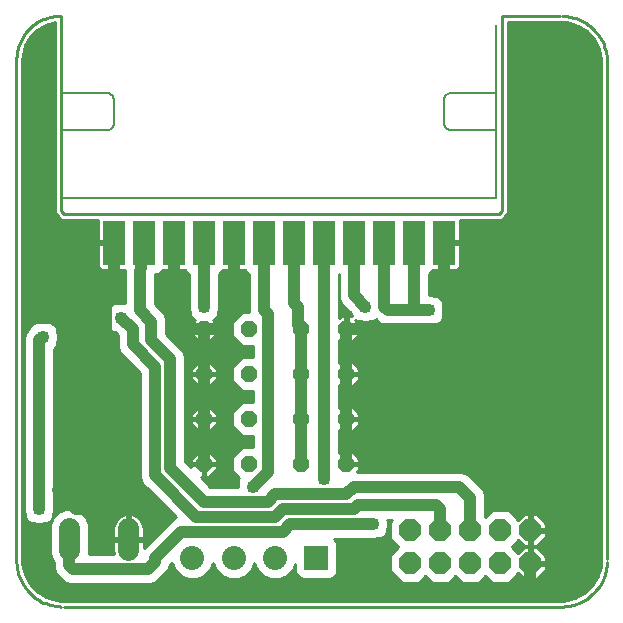
<source format=gbl>
G75*
G70*
%OFA0B0*%
%FSLAX24Y24*%
%IPPOS*%
%LPD*%
%AMOC8*
5,1,8,0,0,1.08239X$1,22.5*
%
%ADD10C,0.0100*%
%ADD11OC8,0.0560*%
%ADD12C,0.0050*%
%ADD13R,0.0760X0.1500*%
%ADD14R,0.0800X0.0800*%
%ADD15C,0.0800*%
%ADD16OC8,0.0740*%
%ADD17C,0.0705*%
%ADD18C,0.0400*%
%ADD19R,0.0356X0.0356*%
%ADD20C,0.0356*%
%ADD21C,0.0320*%
D10*
X001710Y001597D02*
X001547Y001914D01*
X001473Y002263D01*
X001472Y002384D01*
X001472Y002448D01*
X001477Y002525D01*
X001472Y002530D01*
X001472Y018957D01*
X001473Y018958D01*
X001472Y019039D01*
X001472Y019042D01*
X001480Y019208D01*
X001563Y019532D01*
X001729Y019822D01*
X001965Y020058D01*
X002255Y020223D01*
X002548Y020298D01*
X002548Y013935D01*
X002647Y013837D01*
X002764Y013720D01*
X003992Y013720D01*
X003992Y013004D01*
X004472Y013004D01*
X004472Y012904D01*
X004572Y012904D01*
X004572Y012054D01*
X004879Y012054D01*
X004888Y012034D01*
X004897Y012025D01*
X004897Y011985D01*
X004889Y011917D01*
X004897Y011887D01*
X004897Y010944D01*
X004872Y010954D01*
X004673Y010954D01*
X004620Y010932D01*
X004534Y010932D01*
X004424Y010887D01*
X004340Y010802D01*
X004294Y010692D01*
X004294Y010606D01*
X004272Y010554D01*
X004272Y010355D01*
X004294Y010302D01*
X004294Y010216D01*
X004340Y010106D01*
X004424Y010022D01*
X004534Y009976D01*
X004543Y009976D01*
X004647Y009872D01*
X004647Y009480D01*
X004723Y009296D01*
X004864Y009155D01*
X005397Y008622D01*
X005397Y005105D01*
X005473Y004921D01*
X005614Y004780D01*
X006596Y003798D01*
X006489Y003753D01*
X005614Y002878D01*
X005509Y002773D01*
X005509Y003029D01*
X005056Y003029D01*
X005056Y003129D01*
X004956Y003129D01*
X004956Y003029D01*
X004504Y003029D01*
X004504Y002687D01*
X004516Y002609D01*
X004526Y002579D01*
X003683Y002579D01*
X003690Y002597D01*
X003690Y003561D01*
X003591Y003801D01*
X003407Y003985D01*
X003168Y004084D01*
X002908Y004084D01*
X002668Y003985D01*
X002485Y003801D01*
X002385Y003561D01*
X002385Y002597D01*
X002485Y002357D01*
X002522Y002320D01*
X002522Y002105D01*
X002598Y001921D01*
X002739Y001780D01*
X002864Y001655D01*
X003048Y001579D01*
X005747Y001579D01*
X005930Y001655D01*
X006071Y001796D01*
X006321Y002046D01*
X006397Y002230D01*
X006397Y002247D01*
X006446Y002296D01*
X006545Y002058D01*
X006742Y001861D01*
X006999Y001754D01*
X007277Y001754D01*
X007535Y001861D01*
X007732Y002058D01*
X007827Y002288D01*
X007923Y002058D01*
X008120Y001861D01*
X008377Y001754D01*
X008655Y001754D01*
X008913Y001861D01*
X009110Y002058D01*
X009205Y002288D01*
X009301Y002058D01*
X009498Y001861D01*
X009755Y001754D01*
X010033Y001754D01*
X010291Y001861D01*
X010488Y002058D01*
X010572Y002262D01*
X010572Y001994D01*
X010618Y001884D01*
X010702Y001800D01*
X010812Y001754D01*
X011732Y001754D01*
X011842Y001800D01*
X011926Y001884D01*
X011972Y001994D01*
X011972Y002914D01*
X011926Y003024D01*
X011871Y003079D01*
X013247Y003079D01*
X013299Y003101D01*
X013385Y003101D01*
X013495Y003147D01*
X013579Y003231D01*
X013625Y003341D01*
X013625Y003427D01*
X013647Y003480D01*
X013647Y003679D01*
X013636Y003704D01*
X013775Y003704D01*
X013727Y003657D01*
X013727Y003102D01*
X014000Y002829D01*
X013727Y002557D01*
X013727Y002002D01*
X014120Y001609D01*
X014675Y001609D01*
X014897Y001832D01*
X015120Y001609D01*
X015675Y001609D01*
X015897Y001832D01*
X016120Y001609D01*
X016675Y001609D01*
X016897Y001832D01*
X017120Y001609D01*
X017675Y001609D01*
X018003Y001938D01*
X018182Y001759D01*
X018347Y001759D01*
X018347Y002229D01*
X018447Y002229D01*
X018447Y001759D01*
X018612Y001759D01*
X018917Y002064D01*
X018917Y002229D01*
X018447Y002229D01*
X018447Y002329D01*
X018917Y002329D01*
X018917Y002495D01*
X018612Y002799D01*
X018447Y002799D01*
X018447Y002329D01*
X018347Y002329D01*
X018347Y002799D01*
X018182Y002799D01*
X018003Y002621D01*
X017795Y002829D01*
X018003Y003038D01*
X018182Y002859D01*
X018347Y002859D01*
X018347Y003329D01*
X018447Y003329D01*
X018447Y002859D01*
X018612Y002859D01*
X018917Y003164D01*
X018917Y003329D01*
X018447Y003329D01*
X018447Y003429D01*
X018917Y003429D01*
X018917Y003595D01*
X018612Y003899D01*
X018447Y003899D01*
X018447Y003429D01*
X018347Y003429D01*
X018347Y003899D01*
X018182Y003899D01*
X018003Y003721D01*
X017675Y004049D01*
X017120Y004049D01*
X016897Y003827D01*
X016897Y004554D01*
X016821Y004737D01*
X016446Y005112D01*
X016305Y005253D01*
X016122Y005329D01*
X012630Y005329D01*
X012702Y005401D01*
X012702Y005539D01*
X012312Y005539D01*
X012312Y005619D01*
X012702Y005619D01*
X012702Y005757D01*
X012450Y006009D01*
X012312Y006009D01*
X012312Y005619D01*
X012232Y005619D01*
X012232Y006009D01*
X012094Y006009D01*
X012022Y005937D01*
X012022Y006721D01*
X012094Y006649D01*
X012232Y006649D01*
X012232Y007039D01*
X012312Y007039D01*
X012312Y006649D01*
X012450Y006649D01*
X012702Y006901D01*
X012702Y007039D01*
X012312Y007039D01*
X012312Y007119D01*
X012702Y007119D01*
X012702Y007257D01*
X012450Y007509D01*
X012312Y007509D01*
X012312Y007119D01*
X012232Y007119D01*
X012232Y007509D01*
X012094Y007509D01*
X012022Y007437D01*
X012022Y008221D01*
X012094Y008149D01*
X012232Y008149D01*
X012232Y008539D01*
X012312Y008539D01*
X012312Y008149D01*
X012450Y008149D01*
X012702Y008401D01*
X012702Y008539D01*
X012312Y008539D01*
X012312Y008619D01*
X012702Y008619D01*
X012702Y008757D01*
X012450Y009009D01*
X012312Y009009D01*
X012312Y008619D01*
X012232Y008619D01*
X012232Y009009D01*
X012094Y009009D01*
X012022Y008937D01*
X012022Y009721D01*
X012094Y009649D01*
X012232Y009649D01*
X012232Y010039D01*
X012312Y010039D01*
X012312Y009649D01*
X012450Y009649D01*
X012702Y009901D01*
X012702Y010039D01*
X012312Y010039D01*
X012312Y010119D01*
X012702Y010119D01*
X012702Y010257D01*
X012572Y010387D01*
X012659Y010351D01*
X012745Y010351D01*
X012798Y010329D01*
X012997Y010329D01*
X013049Y010351D01*
X013135Y010351D01*
X013245Y010397D01*
X013246Y010398D01*
X013364Y010280D01*
X013548Y010204D01*
X015122Y010204D01*
X015174Y010226D01*
X015260Y010226D01*
X015370Y010272D01*
X015454Y010356D01*
X015500Y010466D01*
X015500Y010552D01*
X015522Y010605D01*
X015522Y010804D01*
X015500Y010856D01*
X015500Y010942D01*
X015454Y011052D01*
X015370Y011137D01*
X015260Y011182D01*
X015174Y011182D01*
X015122Y011204D01*
X015022Y011204D01*
X015022Y011929D01*
X015072Y011950D01*
X015156Y012034D01*
X015165Y012054D01*
X015472Y012054D01*
X015472Y012904D01*
X015572Y012904D01*
X015572Y012054D01*
X015922Y012054D01*
X015960Y012064D01*
X015994Y012084D01*
X016022Y012112D01*
X016042Y012146D01*
X016052Y012184D01*
X016052Y012904D01*
X015572Y012904D01*
X015572Y013004D01*
X016052Y013004D01*
X016052Y013720D01*
X017447Y013720D01*
X017565Y013837D01*
X017663Y013935D01*
X017663Y020314D01*
X019454Y020314D01*
X019631Y020299D01*
X019974Y020197D01*
X020277Y020009D01*
X020519Y019747D01*
X020683Y019429D01*
X020756Y019080D01*
X020757Y018959D01*
X020757Y018895D01*
X020752Y018819D01*
X020757Y018813D01*
X020757Y002333D01*
X020742Y002155D01*
X020640Y001813D01*
X020452Y001509D01*
X020189Y001267D01*
X019872Y001104D01*
X019523Y001030D01*
X019402Y001029D01*
X019338Y001029D01*
X019262Y001034D01*
X019256Y001029D01*
X002775Y001029D01*
X002598Y001045D01*
X002255Y001146D01*
X001952Y001334D01*
X001710Y001597D01*
X001700Y001617D02*
X002956Y001617D01*
X002803Y001716D02*
X001649Y001716D01*
X001598Y001814D02*
X002705Y001814D01*
X002606Y001913D02*
X001547Y001913D01*
X001526Y002011D02*
X002561Y002011D01*
X002522Y002110D02*
X001505Y002110D01*
X001484Y002208D02*
X002522Y002208D01*
X002522Y002307D02*
X001473Y002307D01*
X001472Y002405D02*
X002465Y002405D01*
X002424Y002504D02*
X001475Y002504D01*
X001472Y002602D02*
X002385Y002602D01*
X002385Y002701D02*
X001472Y002701D01*
X001472Y002799D02*
X002385Y002799D01*
X002385Y002898D02*
X001472Y002898D01*
X001472Y002996D02*
X002385Y002996D01*
X002385Y003095D02*
X001472Y003095D01*
X001472Y003193D02*
X002385Y003193D01*
X002385Y003292D02*
X001472Y003292D01*
X001472Y003390D02*
X002385Y003390D01*
X002385Y003489D02*
X001472Y003489D01*
X001472Y003587D02*
X001903Y003587D01*
X001923Y003579D02*
X002122Y003579D01*
X002174Y003601D01*
X002260Y003601D01*
X002370Y003647D01*
X002454Y003731D01*
X002500Y003841D01*
X002500Y003927D01*
X002522Y003980D01*
X002522Y009424D01*
X002579Y009481D01*
X002625Y009591D01*
X002625Y009677D01*
X002647Y009730D01*
X002647Y009929D01*
X002625Y009981D01*
X002625Y010067D01*
X002579Y010177D01*
X002495Y010262D01*
X002385Y010307D01*
X002299Y010307D01*
X002247Y010329D01*
X002048Y010329D01*
X001995Y010307D01*
X001909Y010307D01*
X001799Y010262D01*
X001715Y010177D01*
X001669Y010067D01*
X001669Y010058D01*
X001598Y009987D01*
X001522Y009804D01*
X001522Y003980D01*
X001544Y003927D01*
X001544Y003841D01*
X001590Y003731D01*
X001674Y003647D01*
X001784Y003601D01*
X001870Y003601D01*
X001923Y003579D01*
X002141Y003587D02*
X002396Y003587D01*
X002409Y003686D02*
X002437Y003686D01*
X002476Y003784D02*
X002478Y003784D01*
X002500Y003883D02*
X002566Y003883D01*
X002522Y003981D02*
X002665Y003981D01*
X002522Y004080D02*
X002897Y004080D01*
X003178Y004080D02*
X006314Y004080D01*
X006216Y004178D02*
X002522Y004178D01*
X002522Y004277D02*
X006117Y004277D01*
X006019Y004375D02*
X002522Y004375D01*
X002522Y004474D02*
X005920Y004474D01*
X005822Y004572D02*
X002522Y004572D01*
X002522Y004671D02*
X005723Y004671D01*
X005625Y004769D02*
X002522Y004769D01*
X002522Y004868D02*
X005526Y004868D01*
X005454Y004966D02*
X002522Y004966D01*
X002522Y005065D02*
X005414Y005065D01*
X005397Y005163D02*
X002522Y005163D01*
X002522Y005262D02*
X005397Y005262D01*
X005397Y005360D02*
X002522Y005360D01*
X002522Y005459D02*
X005397Y005459D01*
X005397Y005557D02*
X002522Y005557D01*
X002522Y005656D02*
X005397Y005656D01*
X005397Y005754D02*
X002522Y005754D01*
X002522Y005853D02*
X005397Y005853D01*
X005397Y005951D02*
X002522Y005951D01*
X002522Y006050D02*
X005397Y006050D01*
X005397Y006148D02*
X002522Y006148D01*
X002522Y006247D02*
X005397Y006247D01*
X005397Y006345D02*
X002522Y006345D01*
X002522Y006444D02*
X005397Y006444D01*
X005397Y006542D02*
X002522Y006542D01*
X002522Y006641D02*
X005397Y006641D01*
X005397Y006739D02*
X002522Y006739D01*
X002522Y006838D02*
X005397Y006838D01*
X005397Y006936D02*
X002522Y006936D01*
X002522Y007035D02*
X005397Y007035D01*
X005397Y007133D02*
X002522Y007133D01*
X002522Y007232D02*
X005397Y007232D01*
X005397Y007330D02*
X002522Y007330D01*
X002522Y007429D02*
X005397Y007429D01*
X005397Y007527D02*
X002522Y007527D01*
X002522Y007626D02*
X005397Y007626D01*
X005397Y007724D02*
X002522Y007724D01*
X002522Y007823D02*
X005397Y007823D01*
X005397Y007921D02*
X002522Y007921D01*
X002522Y008020D02*
X005397Y008020D01*
X005397Y008118D02*
X002522Y008118D01*
X002522Y008217D02*
X005397Y008217D01*
X005397Y008315D02*
X002522Y008315D01*
X002522Y008414D02*
X005397Y008414D01*
X005397Y008512D02*
X002522Y008512D01*
X002522Y008611D02*
X005397Y008611D01*
X005310Y008709D02*
X002522Y008709D01*
X002522Y008808D02*
X005211Y008808D01*
X005113Y008906D02*
X002522Y008906D01*
X002522Y009005D02*
X005014Y009005D01*
X004916Y009103D02*
X002522Y009103D01*
X002522Y009202D02*
X004817Y009202D01*
X004721Y009300D02*
X002522Y009300D01*
X002522Y009399D02*
X004681Y009399D01*
X004647Y009497D02*
X002586Y009497D01*
X002625Y009596D02*
X004647Y009596D01*
X004647Y009694D02*
X002632Y009694D01*
X002647Y009793D02*
X004647Y009793D01*
X004628Y009891D02*
X002647Y009891D01*
X002625Y009990D02*
X004501Y009990D01*
X004358Y010088D02*
X002616Y010088D01*
X002570Y010187D02*
X004306Y010187D01*
X004294Y010285D02*
X002438Y010285D01*
X001856Y010285D02*
X001472Y010285D01*
X001472Y010187D02*
X001724Y010187D01*
X001678Y010088D02*
X001472Y010088D01*
X001472Y009990D02*
X001600Y009990D01*
X001558Y009891D02*
X001472Y009891D01*
X001472Y009793D02*
X001522Y009793D01*
X001522Y009694D02*
X001472Y009694D01*
X001472Y009596D02*
X001522Y009596D01*
X001522Y009497D02*
X001472Y009497D01*
X001472Y009399D02*
X001522Y009399D01*
X001522Y009300D02*
X001472Y009300D01*
X001472Y009202D02*
X001522Y009202D01*
X001522Y009103D02*
X001472Y009103D01*
X001472Y009005D02*
X001522Y009005D01*
X001522Y008906D02*
X001472Y008906D01*
X001472Y008808D02*
X001522Y008808D01*
X001522Y008709D02*
X001472Y008709D01*
X001472Y008611D02*
X001522Y008611D01*
X001522Y008512D02*
X001472Y008512D01*
X001472Y008414D02*
X001522Y008414D01*
X001522Y008315D02*
X001472Y008315D01*
X001472Y008217D02*
X001522Y008217D01*
X001522Y008118D02*
X001472Y008118D01*
X001472Y008020D02*
X001522Y008020D01*
X001522Y007921D02*
X001472Y007921D01*
X001472Y007823D02*
X001522Y007823D01*
X001522Y007724D02*
X001472Y007724D01*
X001472Y007626D02*
X001522Y007626D01*
X001522Y007527D02*
X001472Y007527D01*
X001472Y007429D02*
X001522Y007429D01*
X001522Y007330D02*
X001472Y007330D01*
X001472Y007232D02*
X001522Y007232D01*
X001522Y007133D02*
X001472Y007133D01*
X001472Y007035D02*
X001522Y007035D01*
X001522Y006936D02*
X001472Y006936D01*
X001472Y006838D02*
X001522Y006838D01*
X001522Y006739D02*
X001472Y006739D01*
X001472Y006641D02*
X001522Y006641D01*
X001522Y006542D02*
X001472Y006542D01*
X001472Y006444D02*
X001522Y006444D01*
X001522Y006345D02*
X001472Y006345D01*
X001472Y006247D02*
X001522Y006247D01*
X001522Y006148D02*
X001472Y006148D01*
X001472Y006050D02*
X001522Y006050D01*
X001522Y005951D02*
X001472Y005951D01*
X001472Y005853D02*
X001522Y005853D01*
X001522Y005754D02*
X001472Y005754D01*
X001472Y005656D02*
X001522Y005656D01*
X001522Y005557D02*
X001472Y005557D01*
X001472Y005459D02*
X001522Y005459D01*
X001522Y005360D02*
X001472Y005360D01*
X001472Y005262D02*
X001522Y005262D01*
X001522Y005163D02*
X001472Y005163D01*
X001472Y005065D02*
X001522Y005065D01*
X001522Y004966D02*
X001472Y004966D01*
X001472Y004868D02*
X001522Y004868D01*
X001522Y004769D02*
X001472Y004769D01*
X001472Y004671D02*
X001522Y004671D01*
X001522Y004572D02*
X001472Y004572D01*
X001472Y004474D02*
X001522Y004474D01*
X001522Y004375D02*
X001472Y004375D01*
X001472Y004277D02*
X001522Y004277D01*
X001522Y004178D02*
X001472Y004178D01*
X001472Y004080D02*
X001522Y004080D01*
X001522Y003981D02*
X001472Y003981D01*
X001472Y003883D02*
X001544Y003883D01*
X001568Y003784D02*
X001472Y003784D01*
X001472Y003686D02*
X001635Y003686D01*
X001272Y002454D02*
X001272Y019014D01*
X001473Y019052D02*
X002548Y019052D01*
X002548Y019150D02*
X001477Y019150D01*
X001491Y019249D02*
X002548Y019249D01*
X002548Y019347D02*
X001516Y019347D01*
X001541Y019446D02*
X002548Y019446D01*
X002548Y019544D02*
X001570Y019544D01*
X001627Y019643D02*
X002548Y019643D01*
X002548Y019741D02*
X001683Y019741D01*
X001747Y019840D02*
X002548Y019840D01*
X002548Y019938D02*
X001845Y019938D01*
X001944Y020037D02*
X002548Y020037D01*
X002548Y020135D02*
X002101Y020135D01*
X002296Y020234D02*
X002548Y020234D01*
X002748Y020514D02*
X002748Y014018D01*
X002847Y013920D01*
X017365Y013920D01*
X017463Y014018D01*
X017463Y020514D01*
X019382Y020514D01*
X019851Y020234D02*
X017663Y020234D01*
X017663Y020135D02*
X020074Y020135D01*
X020232Y020037D02*
X017663Y020037D01*
X017663Y019938D02*
X020342Y019938D01*
X020433Y019840D02*
X017663Y019840D01*
X017663Y019741D02*
X020522Y019741D01*
X020573Y019643D02*
X017663Y019643D01*
X017663Y019544D02*
X020623Y019544D01*
X020674Y019446D02*
X017663Y019446D01*
X017663Y019347D02*
X020700Y019347D01*
X020721Y019249D02*
X017663Y019249D01*
X017663Y019150D02*
X020742Y019150D01*
X020756Y019052D02*
X017663Y019052D01*
X017663Y018953D02*
X020757Y018953D01*
X020755Y018855D02*
X017663Y018855D01*
X017663Y018756D02*
X020757Y018756D01*
X020757Y018658D02*
X017663Y018658D01*
X017663Y018559D02*
X020757Y018559D01*
X020757Y018461D02*
X017663Y018461D01*
X017663Y018362D02*
X020757Y018362D01*
X020757Y018264D02*
X017663Y018264D01*
X017663Y018165D02*
X020757Y018165D01*
X020757Y018067D02*
X017663Y018067D01*
X017663Y017968D02*
X020757Y017968D01*
X020757Y017870D02*
X017663Y017870D01*
X017663Y017771D02*
X020757Y017771D01*
X020757Y017673D02*
X017663Y017673D01*
X017663Y017574D02*
X020757Y017574D01*
X020757Y017476D02*
X017663Y017476D01*
X017663Y017377D02*
X020757Y017377D01*
X020757Y017279D02*
X017663Y017279D01*
X017663Y017180D02*
X020757Y017180D01*
X020757Y017082D02*
X017663Y017082D01*
X017663Y016983D02*
X020757Y016983D01*
X020757Y016885D02*
X017663Y016885D01*
X017663Y016786D02*
X020757Y016786D01*
X020757Y016688D02*
X017663Y016688D01*
X017663Y016589D02*
X020757Y016589D01*
X020757Y016491D02*
X017663Y016491D01*
X017663Y016392D02*
X020757Y016392D01*
X020757Y016294D02*
X017663Y016294D01*
X017663Y016195D02*
X020757Y016195D01*
X020757Y016097D02*
X017663Y016097D01*
X017663Y015998D02*
X020757Y015998D01*
X020757Y015900D02*
X017663Y015900D01*
X017663Y015801D02*
X020757Y015801D01*
X020757Y015703D02*
X017663Y015703D01*
X017663Y015604D02*
X020757Y015604D01*
X020757Y015506D02*
X017663Y015506D01*
X017663Y015407D02*
X020757Y015407D01*
X020757Y015309D02*
X017663Y015309D01*
X017663Y015210D02*
X020757Y015210D01*
X020757Y015112D02*
X017663Y015112D01*
X017663Y015013D02*
X020757Y015013D01*
X020757Y014915D02*
X017663Y014915D01*
X017663Y014816D02*
X020757Y014816D01*
X020757Y014718D02*
X017663Y014718D01*
X017663Y014619D02*
X020757Y014619D01*
X020757Y014521D02*
X017663Y014521D01*
X017663Y014422D02*
X020757Y014422D01*
X020757Y014324D02*
X017663Y014324D01*
X017663Y014225D02*
X020757Y014225D01*
X020757Y014127D02*
X017663Y014127D01*
X017663Y014028D02*
X020757Y014028D01*
X020757Y013930D02*
X017657Y013930D01*
X017565Y013837D02*
X017565Y013837D01*
X017559Y013831D02*
X020757Y013831D01*
X020757Y013733D02*
X017460Y013733D01*
X016052Y013634D02*
X020757Y013634D01*
X020757Y013536D02*
X016052Y013536D01*
X016052Y013437D02*
X020757Y013437D01*
X020757Y013339D02*
X016052Y013339D01*
X016052Y013240D02*
X020757Y013240D01*
X020757Y013142D02*
X016052Y013142D01*
X016052Y013043D02*
X020757Y013043D01*
X020757Y012945D02*
X015572Y012945D01*
X015572Y012846D02*
X015472Y012846D01*
X015472Y012748D02*
X015572Y012748D01*
X015572Y012649D02*
X015472Y012649D01*
X015472Y012551D02*
X015572Y012551D01*
X015572Y012452D02*
X015472Y012452D01*
X015472Y012354D02*
X015572Y012354D01*
X015572Y012255D02*
X015472Y012255D01*
X015472Y012157D02*
X015572Y012157D01*
X015572Y012058D02*
X015472Y012058D01*
X015082Y011960D02*
X020757Y011960D01*
X020757Y012058D02*
X015937Y012058D01*
X016045Y012157D02*
X020757Y012157D01*
X020757Y012255D02*
X016052Y012255D01*
X016052Y012354D02*
X020757Y012354D01*
X020757Y012452D02*
X016052Y012452D01*
X016052Y012551D02*
X020757Y012551D01*
X020757Y012649D02*
X016052Y012649D01*
X016052Y012748D02*
X020757Y012748D01*
X020757Y012846D02*
X016052Y012846D01*
X015022Y011861D02*
X020757Y011861D01*
X020757Y011763D02*
X015022Y011763D01*
X015022Y011664D02*
X020757Y011664D01*
X020757Y011566D02*
X015022Y011566D01*
X015022Y011467D02*
X020757Y011467D01*
X020757Y011369D02*
X015022Y011369D01*
X015022Y011270D02*
X020757Y011270D01*
X020757Y011172D02*
X015285Y011172D01*
X015434Y011073D02*
X020757Y011073D01*
X020757Y010975D02*
X015487Y010975D01*
X015500Y010876D02*
X020757Y010876D01*
X020757Y010778D02*
X015522Y010778D01*
X015522Y010679D02*
X020757Y010679D01*
X020757Y010581D02*
X015512Y010581D01*
X015500Y010482D02*
X020757Y010482D01*
X020757Y010384D02*
X015466Y010384D01*
X015384Y010285D02*
X020757Y010285D01*
X020757Y010187D02*
X012702Y010187D01*
X012674Y010285D02*
X013359Y010285D01*
X013260Y010384D02*
X013214Y010384D01*
X012580Y010384D02*
X012576Y010384D01*
X012455Y010504D02*
X012450Y010509D01*
X012312Y010509D01*
X012312Y010119D01*
X012232Y010119D01*
X012232Y010509D01*
X012094Y010509D01*
X012022Y010437D01*
X012022Y011929D01*
X012022Y011929D01*
X012022Y011105D01*
X012098Y010921D01*
X012419Y010600D01*
X012419Y010591D01*
X012455Y010504D01*
X012423Y010581D02*
X012022Y010581D01*
X012022Y010679D02*
X012340Y010679D01*
X012241Y010778D02*
X012022Y010778D01*
X012022Y010876D02*
X012143Y010876D01*
X012076Y010975D02*
X012022Y010975D01*
X012022Y011073D02*
X012035Y011073D01*
X012022Y011172D02*
X012022Y011172D01*
X012022Y011270D02*
X012022Y011270D01*
X012022Y011369D02*
X012022Y011369D01*
X012022Y011467D02*
X012022Y011467D01*
X012022Y011566D02*
X012022Y011566D01*
X012022Y011664D02*
X012022Y011664D01*
X012022Y011763D02*
X012022Y011763D01*
X012022Y011861D02*
X012022Y011861D01*
X012022Y010482D02*
X012067Y010482D01*
X012232Y010482D02*
X012312Y010482D01*
X012312Y010384D02*
X012232Y010384D01*
X012232Y010285D02*
X012312Y010285D01*
X012312Y010187D02*
X012232Y010187D01*
X012312Y010088D02*
X020757Y010088D01*
X020757Y009990D02*
X012702Y009990D01*
X012692Y009891D02*
X020757Y009891D01*
X020757Y009793D02*
X012594Y009793D01*
X012495Y009694D02*
X020757Y009694D01*
X020757Y009596D02*
X012022Y009596D01*
X012022Y009694D02*
X012049Y009694D01*
X012232Y009694D02*
X012312Y009694D01*
X012312Y009793D02*
X012232Y009793D01*
X012232Y009891D02*
X012312Y009891D01*
X012312Y009990D02*
X012232Y009990D01*
X012022Y009497D02*
X020757Y009497D01*
X020757Y009399D02*
X012022Y009399D01*
X012022Y009300D02*
X020757Y009300D01*
X020757Y009202D02*
X012022Y009202D01*
X012022Y009103D02*
X020757Y009103D01*
X020757Y009005D02*
X012455Y009005D01*
X012553Y008906D02*
X020757Y008906D01*
X020757Y008808D02*
X012652Y008808D01*
X012702Y008709D02*
X020757Y008709D01*
X020757Y008611D02*
X012312Y008611D01*
X012312Y008709D02*
X012232Y008709D01*
X012232Y008808D02*
X012312Y008808D01*
X012312Y008906D02*
X012232Y008906D01*
X012232Y009005D02*
X012312Y009005D01*
X012089Y009005D02*
X012022Y009005D01*
X012232Y008512D02*
X012312Y008512D01*
X012312Y008414D02*
X012232Y008414D01*
X012232Y008315D02*
X012312Y008315D01*
X012312Y008217D02*
X012232Y008217D01*
X012026Y008217D02*
X012022Y008217D01*
X012022Y008118D02*
X020757Y008118D01*
X020757Y008020D02*
X012022Y008020D01*
X012022Y007921D02*
X020757Y007921D01*
X020757Y007823D02*
X012022Y007823D01*
X012022Y007724D02*
X020757Y007724D01*
X020757Y007626D02*
X012022Y007626D01*
X012022Y007527D02*
X020757Y007527D01*
X020757Y007429D02*
X012531Y007429D01*
X012629Y007330D02*
X020757Y007330D01*
X020757Y007232D02*
X012702Y007232D01*
X012702Y007133D02*
X020757Y007133D01*
X020757Y007035D02*
X012702Y007035D01*
X012702Y006936D02*
X020757Y006936D01*
X020757Y006838D02*
X012639Y006838D01*
X012540Y006739D02*
X020757Y006739D01*
X020757Y006641D02*
X012022Y006641D01*
X012022Y006542D02*
X020757Y006542D01*
X020757Y006444D02*
X012022Y006444D01*
X012022Y006345D02*
X020757Y006345D01*
X020757Y006247D02*
X012022Y006247D01*
X012022Y006148D02*
X020757Y006148D01*
X020757Y006050D02*
X012022Y006050D01*
X012022Y005951D02*
X012036Y005951D01*
X012232Y005951D02*
X012312Y005951D01*
X012312Y005853D02*
X012232Y005853D01*
X012232Y005754D02*
X012312Y005754D01*
X012312Y005656D02*
X012232Y005656D01*
X012312Y005557D02*
X020757Y005557D01*
X020757Y005459D02*
X012702Y005459D01*
X012661Y005360D02*
X020757Y005360D01*
X020757Y005262D02*
X016284Y005262D01*
X016395Y005163D02*
X020757Y005163D01*
X020757Y005065D02*
X016494Y005065D01*
X016592Y004966D02*
X020757Y004966D01*
X020757Y004868D02*
X016691Y004868D01*
X016789Y004769D02*
X020757Y004769D01*
X020757Y004671D02*
X016849Y004671D01*
X016889Y004572D02*
X020757Y004572D01*
X020757Y004474D02*
X016897Y004474D01*
X016897Y004375D02*
X020757Y004375D01*
X020757Y004277D02*
X016897Y004277D01*
X016897Y004178D02*
X020757Y004178D01*
X020757Y004080D02*
X016897Y004080D01*
X016897Y003981D02*
X017052Y003981D01*
X016953Y003883D02*
X016897Y003883D01*
X016897Y003827D02*
X016897Y003827D01*
X017743Y003981D02*
X020757Y003981D01*
X020757Y003883D02*
X018629Y003883D01*
X018727Y003784D02*
X020757Y003784D01*
X020757Y003686D02*
X018826Y003686D01*
X018917Y003587D02*
X020757Y003587D01*
X020757Y003489D02*
X018917Y003489D01*
X018917Y003292D02*
X020757Y003292D01*
X020757Y003390D02*
X018447Y003390D01*
X018447Y003292D02*
X018347Y003292D01*
X018347Y003193D02*
X018447Y003193D01*
X018447Y003095D02*
X018347Y003095D01*
X018347Y002996D02*
X018447Y002996D01*
X018447Y002898D02*
X018347Y002898D01*
X018347Y002701D02*
X018447Y002701D01*
X018447Y002602D02*
X018347Y002602D01*
X018347Y002504D02*
X018447Y002504D01*
X018447Y002405D02*
X018347Y002405D01*
X018447Y002307D02*
X020755Y002307D01*
X020757Y002405D02*
X018917Y002405D01*
X018908Y002504D02*
X020757Y002504D01*
X020757Y002602D02*
X018809Y002602D01*
X018711Y002701D02*
X020757Y002701D01*
X020757Y002799D02*
X017825Y002799D01*
X017863Y002898D02*
X018143Y002898D01*
X018045Y002996D02*
X017962Y002996D01*
X017923Y002701D02*
X018083Y002701D01*
X018651Y002898D02*
X020757Y002898D01*
X020757Y002996D02*
X018749Y002996D01*
X018848Y003095D02*
X020757Y003095D01*
X020757Y003193D02*
X018917Y003193D01*
X018447Y003489D02*
X018347Y003489D01*
X018347Y003587D02*
X018447Y003587D01*
X018447Y003686D02*
X018347Y003686D01*
X018347Y003784D02*
X018447Y003784D01*
X018447Y003883D02*
X018347Y003883D01*
X018165Y003883D02*
X017841Y003883D01*
X017940Y003784D02*
X018067Y003784D01*
X019332Y000829D02*
X019409Y000826D01*
X019486Y000827D01*
X019563Y000832D01*
X019640Y000841D01*
X019716Y000854D01*
X019791Y000870D01*
X019866Y000891D01*
X019939Y000915D01*
X020011Y000943D01*
X020082Y000974D01*
X020151Y001009D01*
X020218Y001047D01*
X020283Y001089D01*
X020346Y001133D01*
X020406Y001181D01*
X020464Y001232D01*
X020520Y001286D01*
X020572Y001343D01*
X020622Y001402D01*
X020668Y001463D01*
X020712Y001527D01*
X020752Y001593D01*
X020789Y001661D01*
X020822Y001730D01*
X020852Y001801D01*
X020879Y001874D01*
X020901Y001948D01*
X020920Y002023D01*
X020935Y002098D01*
X020946Y002175D01*
X020953Y002252D01*
X020957Y002329D01*
X020957Y002404D02*
X020957Y018889D01*
X020957Y018939D01*
X020957Y018889D02*
X020960Y018966D01*
X020959Y019043D01*
X020954Y019120D01*
X020945Y019197D01*
X020932Y019273D01*
X020916Y019348D01*
X020895Y019423D01*
X020871Y019496D01*
X020843Y019568D01*
X020812Y019639D01*
X020777Y019708D01*
X020739Y019775D01*
X020697Y019840D01*
X020653Y019903D01*
X020605Y019963D01*
X020554Y020021D01*
X020500Y020077D01*
X020443Y020129D01*
X020384Y020179D01*
X020323Y020225D01*
X020259Y020269D01*
X020193Y020309D01*
X020125Y020346D01*
X020056Y020379D01*
X019985Y020409D01*
X019912Y020436D01*
X019838Y020458D01*
X019763Y020477D01*
X019688Y020492D01*
X019611Y020503D01*
X019534Y020510D01*
X019457Y020514D01*
X009022Y011929D02*
X009022Y010659D01*
X008782Y010659D01*
X008442Y010319D01*
X008442Y009839D01*
X008782Y009499D01*
X009147Y009499D01*
X009147Y009159D01*
X008782Y009159D01*
X008442Y008819D01*
X008442Y008339D01*
X008782Y007999D01*
X009147Y007999D01*
X009147Y007659D01*
X008782Y007659D01*
X008442Y007319D01*
X008442Y006839D01*
X008782Y006499D01*
X009147Y006499D01*
X009147Y006159D01*
X008782Y006159D01*
X008442Y005819D01*
X008442Y005339D01*
X008682Y005099D01*
X008669Y005067D01*
X008669Y004981D01*
X008647Y004929D01*
X008647Y004829D01*
X007729Y004829D01*
X007409Y005149D01*
X007482Y005149D01*
X007482Y005539D01*
X007562Y005539D01*
X007562Y005149D01*
X007700Y005149D01*
X007952Y005401D01*
X007952Y005539D01*
X007562Y005539D01*
X007562Y005619D01*
X007952Y005619D01*
X007952Y005757D01*
X007700Y006009D01*
X007562Y006009D01*
X007562Y005619D01*
X007482Y005619D01*
X007482Y005539D01*
X007092Y005539D01*
X007092Y005466D01*
X006897Y005661D01*
X006897Y009179D01*
X006821Y009362D01*
X006272Y009911D01*
X006272Y010429D01*
X006196Y010612D01*
X005897Y010911D01*
X005897Y011904D01*
X005962Y011904D01*
X006072Y011950D01*
X006156Y012034D01*
X006165Y012054D01*
X006472Y012054D01*
X006472Y012904D01*
X006572Y012904D01*
X006572Y012054D01*
X006879Y012054D01*
X006888Y012034D01*
X006972Y011950D01*
X007022Y011929D01*
X007022Y010730D01*
X007044Y010677D01*
X007044Y010591D01*
X007090Y010481D01*
X007174Y010397D01*
X007215Y010380D01*
X007092Y010257D01*
X007092Y010119D01*
X007482Y010119D01*
X007482Y010039D01*
X007562Y010039D01*
X007562Y009649D01*
X007700Y009649D01*
X007952Y009901D01*
X007952Y010039D01*
X007562Y010039D01*
X007562Y010119D01*
X007952Y010119D01*
X007952Y010257D01*
X007829Y010380D01*
X007870Y010397D01*
X007954Y010481D01*
X008000Y010591D01*
X008000Y010677D01*
X008022Y010730D01*
X008022Y011929D01*
X008072Y011950D01*
X008156Y012034D01*
X008165Y012054D01*
X008472Y012054D01*
X008472Y012904D01*
X008572Y012904D01*
X008572Y012054D01*
X008879Y012054D01*
X008888Y012034D01*
X008972Y011950D01*
X009022Y011929D01*
X008962Y011960D02*
X008082Y011960D01*
X008022Y011861D02*
X009022Y011861D01*
X009022Y011763D02*
X008022Y011763D01*
X008022Y011664D02*
X009022Y011664D01*
X009022Y011566D02*
X008022Y011566D01*
X008022Y011467D02*
X009022Y011467D01*
X009022Y011369D02*
X008022Y011369D01*
X008022Y011270D02*
X009022Y011270D01*
X009022Y011172D02*
X008022Y011172D01*
X008022Y011073D02*
X009022Y011073D01*
X009022Y010975D02*
X008022Y010975D01*
X008022Y010876D02*
X009022Y010876D01*
X009022Y010778D02*
X008022Y010778D01*
X008001Y010679D02*
X009022Y010679D01*
X008703Y010581D02*
X007996Y010581D01*
X007955Y010482D02*
X008605Y010482D01*
X008506Y010384D02*
X007839Y010384D01*
X007924Y010285D02*
X008442Y010285D01*
X008442Y010187D02*
X007952Y010187D01*
X007952Y009990D02*
X008442Y009990D01*
X008442Y010088D02*
X007562Y010088D01*
X007482Y010088D02*
X006272Y010088D01*
X006272Y009990D02*
X007092Y009990D01*
X007092Y010039D02*
X007092Y009901D01*
X007344Y009649D01*
X007482Y009649D01*
X007482Y010039D01*
X007092Y010039D01*
X007092Y010187D02*
X006272Y010187D01*
X006272Y010285D02*
X007120Y010285D01*
X007205Y010384D02*
X006272Y010384D01*
X006250Y010482D02*
X007089Y010482D01*
X007048Y010581D02*
X006209Y010581D01*
X006129Y010679D02*
X007043Y010679D01*
X007022Y010778D02*
X006031Y010778D01*
X005932Y010876D02*
X007022Y010876D01*
X007022Y010975D02*
X005897Y010975D01*
X005897Y011073D02*
X007022Y011073D01*
X007022Y011172D02*
X005897Y011172D01*
X005897Y011270D02*
X007022Y011270D01*
X007022Y011369D02*
X005897Y011369D01*
X005897Y011467D02*
X007022Y011467D01*
X007022Y011566D02*
X005897Y011566D01*
X005897Y011664D02*
X007022Y011664D01*
X007022Y011763D02*
X005897Y011763D01*
X005897Y011861D02*
X007022Y011861D01*
X006962Y011960D02*
X006082Y011960D01*
X006472Y012058D02*
X006572Y012058D01*
X006572Y012157D02*
X006472Y012157D01*
X006472Y012255D02*
X006572Y012255D01*
X006572Y012354D02*
X006472Y012354D01*
X006472Y012452D02*
X006572Y012452D01*
X006572Y012551D02*
X006472Y012551D01*
X006472Y012649D02*
X006572Y012649D01*
X006572Y012748D02*
X006472Y012748D01*
X006472Y012846D02*
X006572Y012846D01*
X004894Y011960D02*
X001472Y011960D01*
X001472Y012058D02*
X004107Y012058D01*
X004122Y012054D02*
X004472Y012054D01*
X004472Y012904D01*
X003992Y012904D01*
X003992Y012184D01*
X004002Y012146D01*
X004022Y012112D01*
X004050Y012084D01*
X004084Y012064D01*
X004122Y012054D01*
X003999Y012157D02*
X001472Y012157D01*
X001472Y012255D02*
X003992Y012255D01*
X003992Y012354D02*
X001472Y012354D01*
X001472Y012452D02*
X003992Y012452D01*
X003992Y012551D02*
X001472Y012551D01*
X001472Y012649D02*
X003992Y012649D01*
X003992Y012748D02*
X001472Y012748D01*
X001472Y012846D02*
X003992Y012846D01*
X003992Y013043D02*
X001472Y013043D01*
X001472Y012945D02*
X004472Y012945D01*
X004472Y012846D02*
X004572Y012846D01*
X004572Y012748D02*
X004472Y012748D01*
X004472Y012649D02*
X004572Y012649D01*
X004572Y012551D02*
X004472Y012551D01*
X004472Y012452D02*
X004572Y012452D01*
X004572Y012354D02*
X004472Y012354D01*
X004472Y012255D02*
X004572Y012255D01*
X004572Y012157D02*
X004472Y012157D01*
X004472Y012058D02*
X004572Y012058D01*
X004897Y011861D02*
X001472Y011861D01*
X001472Y011763D02*
X004897Y011763D01*
X004897Y011664D02*
X001472Y011664D01*
X001472Y011566D02*
X004897Y011566D01*
X004897Y011467D02*
X001472Y011467D01*
X001472Y011369D02*
X004897Y011369D01*
X004897Y011270D02*
X001472Y011270D01*
X001472Y011172D02*
X004897Y011172D01*
X004897Y011073D02*
X001472Y011073D01*
X001472Y010975D02*
X004897Y010975D01*
X004414Y010876D02*
X001472Y010876D01*
X001472Y010778D02*
X004329Y010778D01*
X004294Y010679D02*
X001472Y010679D01*
X001472Y010581D02*
X004283Y010581D01*
X004272Y010482D02*
X001472Y010482D01*
X001472Y010384D02*
X004272Y010384D01*
X006292Y009891D02*
X007102Y009891D01*
X007200Y009793D02*
X006391Y009793D01*
X006489Y009694D02*
X007299Y009694D01*
X007482Y009694D02*
X007562Y009694D01*
X007562Y009793D02*
X007482Y009793D01*
X007482Y009891D02*
X007562Y009891D01*
X007562Y009990D02*
X007482Y009990D01*
X007844Y009793D02*
X008488Y009793D01*
X008442Y009891D02*
X007942Y009891D01*
X007745Y009694D02*
X008587Y009694D01*
X008685Y009596D02*
X006588Y009596D01*
X006686Y009497D02*
X009147Y009497D01*
X009147Y009399D02*
X006785Y009399D01*
X006847Y009300D02*
X009147Y009300D01*
X009147Y009202D02*
X006887Y009202D01*
X006897Y009103D02*
X008726Y009103D01*
X008627Y009005D02*
X007705Y009005D01*
X007700Y009009D02*
X007562Y009009D01*
X007562Y008619D01*
X007952Y008619D01*
X007952Y008757D01*
X007700Y009009D01*
X007562Y009005D02*
X007482Y009005D01*
X007482Y009009D02*
X007344Y009009D01*
X007092Y008757D01*
X007092Y008619D01*
X007482Y008619D01*
X007482Y008539D01*
X007562Y008539D01*
X007562Y008149D01*
X007700Y008149D01*
X007952Y008401D01*
X007952Y008539D01*
X007562Y008539D01*
X007562Y008619D01*
X007482Y008619D01*
X007482Y009009D01*
X007482Y008906D02*
X007562Y008906D01*
X007562Y008808D02*
X007482Y008808D01*
X007482Y008709D02*
X007562Y008709D01*
X007562Y008611D02*
X008442Y008611D01*
X008442Y008709D02*
X007952Y008709D01*
X007902Y008808D02*
X008442Y008808D01*
X008529Y008906D02*
X007803Y008906D01*
X007952Y008512D02*
X008442Y008512D01*
X008442Y008414D02*
X007952Y008414D01*
X007866Y008315D02*
X008466Y008315D01*
X008564Y008217D02*
X007768Y008217D01*
X007562Y008217D02*
X007482Y008217D01*
X007482Y008149D02*
X007344Y008149D01*
X007092Y008401D01*
X007092Y008539D01*
X007482Y008539D01*
X007482Y008149D01*
X007482Y008315D02*
X007562Y008315D01*
X007562Y008414D02*
X007482Y008414D01*
X007482Y008512D02*
X007562Y008512D01*
X007482Y008611D02*
X006897Y008611D01*
X006897Y008709D02*
X007092Y008709D01*
X007142Y008808D02*
X006897Y008808D01*
X006897Y008906D02*
X007241Y008906D01*
X007339Y009005D02*
X006897Y009005D01*
X006897Y008512D02*
X007092Y008512D01*
X007092Y008414D02*
X006897Y008414D01*
X006897Y008315D02*
X007178Y008315D01*
X007276Y008217D02*
X006897Y008217D01*
X006897Y008118D02*
X008663Y008118D01*
X008761Y008020D02*
X006897Y008020D01*
X006897Y007921D02*
X009147Y007921D01*
X009147Y007823D02*
X006897Y007823D01*
X006897Y007724D02*
X009147Y007724D01*
X008748Y007626D02*
X006897Y007626D01*
X006897Y007527D02*
X008650Y007527D01*
X008551Y007429D02*
X007781Y007429D01*
X007700Y007509D02*
X007562Y007509D01*
X007562Y007119D01*
X007952Y007119D01*
X007952Y007257D01*
X007700Y007509D01*
X007562Y007429D02*
X007482Y007429D01*
X007482Y007509D02*
X007344Y007509D01*
X007092Y007257D01*
X007092Y007119D01*
X007482Y007119D01*
X007482Y007039D01*
X007562Y007039D01*
X007562Y006649D01*
X007700Y006649D01*
X007952Y006901D01*
X007952Y007039D01*
X007562Y007039D01*
X007562Y007119D01*
X007482Y007119D01*
X007482Y007509D01*
X007482Y007330D02*
X007562Y007330D01*
X007562Y007232D02*
X007482Y007232D01*
X007482Y007133D02*
X007562Y007133D01*
X007562Y007035D02*
X007482Y007035D01*
X007482Y007039D02*
X007482Y006649D01*
X007344Y006649D01*
X007092Y006901D01*
X007092Y007039D01*
X007482Y007039D01*
X007482Y006936D02*
X007562Y006936D01*
X007562Y006838D02*
X007482Y006838D01*
X007482Y006739D02*
X007562Y006739D01*
X007790Y006739D02*
X008542Y006739D01*
X008640Y006641D02*
X006897Y006641D01*
X006897Y006739D02*
X007254Y006739D01*
X007155Y006838D02*
X006897Y006838D01*
X006897Y006936D02*
X007092Y006936D01*
X007092Y007035D02*
X006897Y007035D01*
X006897Y007133D02*
X007092Y007133D01*
X007092Y007232D02*
X006897Y007232D01*
X006897Y007330D02*
X007165Y007330D01*
X007263Y007429D02*
X006897Y007429D01*
X006897Y006542D02*
X008739Y006542D01*
X008443Y006838D02*
X007889Y006838D01*
X007952Y006936D02*
X008442Y006936D01*
X008442Y007035D02*
X007952Y007035D01*
X007952Y007133D02*
X008442Y007133D01*
X008442Y007232D02*
X007952Y007232D01*
X007879Y007330D02*
X008453Y007330D01*
X009147Y006444D02*
X006897Y006444D01*
X006897Y006345D02*
X009147Y006345D01*
X009147Y006247D02*
X006897Y006247D01*
X006897Y006148D02*
X008771Y006148D01*
X008672Y006050D02*
X006897Y006050D01*
X006897Y005951D02*
X007286Y005951D01*
X007344Y006009D02*
X007092Y005757D01*
X007092Y005619D01*
X007482Y005619D01*
X007482Y006009D01*
X007344Y006009D01*
X007482Y005951D02*
X007562Y005951D01*
X007562Y005853D02*
X007482Y005853D01*
X007482Y005754D02*
X007562Y005754D01*
X007562Y005656D02*
X007482Y005656D01*
X007482Y005557D02*
X007001Y005557D01*
X007092Y005656D02*
X006903Y005656D01*
X006897Y005754D02*
X007092Y005754D01*
X007187Y005853D02*
X006897Y005853D01*
X007482Y005459D02*
X007562Y005459D01*
X007562Y005557D02*
X008442Y005557D01*
X008442Y005459D02*
X007952Y005459D01*
X007911Y005360D02*
X008442Y005360D01*
X008519Y005262D02*
X007813Y005262D01*
X007714Y005163D02*
X008618Y005163D01*
X008669Y005065D02*
X007494Y005065D01*
X007482Y005163D02*
X007562Y005163D01*
X007562Y005262D02*
X007482Y005262D01*
X007482Y005360D02*
X007562Y005360D01*
X007592Y004966D02*
X008663Y004966D01*
X008647Y004868D02*
X007691Y004868D01*
X007952Y005656D02*
X008442Y005656D01*
X008442Y005754D02*
X007952Y005754D01*
X007857Y005853D02*
X008475Y005853D01*
X008574Y005951D02*
X007758Y005951D01*
X006413Y003981D02*
X003411Y003981D01*
X003510Y003883D02*
X004785Y003883D01*
X004813Y003897D02*
X004743Y003861D01*
X004679Y003815D01*
X004623Y003759D01*
X004577Y003695D01*
X004541Y003625D01*
X004516Y003549D01*
X004504Y003471D01*
X004504Y003129D01*
X004956Y003129D01*
X004956Y003932D01*
X004889Y003922D01*
X004813Y003897D01*
X004956Y003883D02*
X005056Y003883D01*
X005056Y003932D02*
X005056Y003129D01*
X005509Y003129D01*
X005509Y003471D01*
X005496Y003549D01*
X005472Y003625D01*
X005436Y003695D01*
X005390Y003759D01*
X005334Y003815D01*
X005270Y003861D01*
X005199Y003897D01*
X005124Y003922D01*
X005056Y003932D01*
X005056Y003784D02*
X004956Y003784D01*
X004956Y003686D02*
X005056Y003686D01*
X005056Y003587D02*
X004956Y003587D01*
X004956Y003489D02*
X005056Y003489D01*
X005056Y003390D02*
X004956Y003390D01*
X004956Y003292D02*
X005056Y003292D01*
X005056Y003193D02*
X004956Y003193D01*
X004956Y003095D02*
X003690Y003095D01*
X003690Y003193D02*
X004504Y003193D01*
X004504Y003292D02*
X003690Y003292D01*
X003690Y003390D02*
X004504Y003390D01*
X004507Y003489D02*
X003690Y003489D01*
X003680Y003587D02*
X004528Y003587D01*
X004572Y003686D02*
X003639Y003686D01*
X003598Y003784D02*
X004648Y003784D01*
X005228Y003883D02*
X006511Y003883D01*
X006564Y003784D02*
X005364Y003784D01*
X005441Y003686D02*
X006421Y003686D01*
X006323Y003587D02*
X005484Y003587D01*
X005506Y003489D02*
X006224Y003489D01*
X006126Y003390D02*
X005509Y003390D01*
X005509Y003292D02*
X006027Y003292D01*
X005929Y003193D02*
X005509Y003193D01*
X005509Y002996D02*
X005732Y002996D01*
X005633Y002898D02*
X005509Y002898D01*
X005509Y002799D02*
X005535Y002799D01*
X005830Y003095D02*
X005056Y003095D01*
X004504Y002996D02*
X003690Y002996D01*
X003690Y002898D02*
X004504Y002898D01*
X004504Y002799D02*
X003690Y002799D01*
X003690Y002701D02*
X004504Y002701D01*
X004518Y002602D02*
X003690Y002602D01*
X002772Y000829D02*
X002695Y000833D01*
X002618Y000840D01*
X002541Y000851D01*
X002466Y000866D01*
X002391Y000885D01*
X002317Y000907D01*
X002244Y000934D01*
X002173Y000964D01*
X002104Y000997D01*
X002036Y001034D01*
X001970Y001074D01*
X001906Y001118D01*
X001845Y001164D01*
X001786Y001214D01*
X001729Y001266D01*
X001675Y001322D01*
X001624Y001380D01*
X001576Y001440D01*
X001532Y001503D01*
X001490Y001568D01*
X001452Y001635D01*
X001417Y001704D01*
X001386Y001775D01*
X001358Y001847D01*
X001334Y001920D01*
X001313Y001995D01*
X001297Y002070D01*
X001284Y002146D01*
X001275Y002223D01*
X001270Y002300D01*
X001269Y002377D01*
X001272Y002454D01*
X001272Y002404D01*
X001782Y001519D02*
X020457Y001519D01*
X020519Y001617D02*
X017683Y001617D01*
X017781Y001716D02*
X020580Y001716D01*
X020641Y001814D02*
X018667Y001814D01*
X018766Y001913D02*
X020670Y001913D01*
X020699Y002011D02*
X018864Y002011D01*
X018917Y002110D02*
X020728Y002110D01*
X020746Y002208D02*
X018917Y002208D01*
X018447Y002208D02*
X018347Y002208D01*
X018347Y002110D02*
X018447Y002110D01*
X018447Y002011D02*
X018347Y002011D01*
X018347Y001913D02*
X018447Y001913D01*
X018447Y001814D02*
X018347Y001814D01*
X018127Y001814D02*
X017880Y001814D01*
X017978Y001913D02*
X018028Y001913D01*
X017112Y001617D02*
X016683Y001617D01*
X016781Y001716D02*
X017013Y001716D01*
X016915Y001814D02*
X016880Y001814D01*
X016112Y001617D02*
X015683Y001617D01*
X015781Y001716D02*
X016013Y001716D01*
X015915Y001814D02*
X015880Y001814D01*
X015112Y001617D02*
X014683Y001617D01*
X014781Y001716D02*
X015013Y001716D01*
X014915Y001814D02*
X014880Y001814D01*
X014112Y001617D02*
X005838Y001617D01*
X005991Y001716D02*
X014013Y001716D01*
X013915Y001814D02*
X011856Y001814D01*
X011938Y001913D02*
X013816Y001913D01*
X013727Y002011D02*
X011972Y002011D01*
X011972Y002110D02*
X013727Y002110D01*
X013727Y002208D02*
X011972Y002208D01*
X011972Y002307D02*
X013727Y002307D01*
X013727Y002405D02*
X011972Y002405D01*
X011972Y002504D02*
X013727Y002504D01*
X013773Y002602D02*
X011972Y002602D01*
X011972Y002701D02*
X013871Y002701D01*
X013970Y002799D02*
X011972Y002799D01*
X011972Y002898D02*
X013931Y002898D01*
X013833Y002996D02*
X011938Y002996D01*
X013284Y003095D02*
X013734Y003095D01*
X013727Y003193D02*
X013542Y003193D01*
X013605Y003292D02*
X013727Y003292D01*
X013727Y003390D02*
X013625Y003390D01*
X013647Y003489D02*
X013727Y003489D01*
X013727Y003587D02*
X013647Y003587D01*
X013644Y003686D02*
X013756Y003686D01*
X012702Y005656D02*
X020757Y005656D01*
X020757Y005754D02*
X012702Y005754D01*
X012607Y005853D02*
X020757Y005853D01*
X020757Y005951D02*
X012508Y005951D01*
X012312Y006739D02*
X012232Y006739D01*
X012232Y006838D02*
X012312Y006838D01*
X012312Y006936D02*
X012232Y006936D01*
X012232Y007035D02*
X012312Y007035D01*
X012312Y007133D02*
X012232Y007133D01*
X012232Y007232D02*
X012312Y007232D01*
X012312Y007330D02*
X012232Y007330D01*
X012232Y007429D02*
X012312Y007429D01*
X012518Y008217D02*
X020757Y008217D01*
X020757Y008315D02*
X012616Y008315D01*
X012702Y008414D02*
X020757Y008414D01*
X020757Y008512D02*
X012702Y008512D01*
X008572Y012058D02*
X008472Y012058D01*
X008472Y012157D02*
X008572Y012157D01*
X008572Y012255D02*
X008472Y012255D01*
X008472Y012354D02*
X008572Y012354D01*
X008572Y012452D02*
X008472Y012452D01*
X008472Y012551D02*
X008572Y012551D01*
X008572Y012649D02*
X008472Y012649D01*
X008472Y012748D02*
X008572Y012748D01*
X008572Y012846D02*
X008472Y012846D01*
X003992Y013142D02*
X001472Y013142D01*
X001472Y013240D02*
X003992Y013240D01*
X003992Y013339D02*
X001472Y013339D01*
X001472Y013437D02*
X003992Y013437D01*
X003992Y013536D02*
X001472Y013536D01*
X001472Y013634D02*
X003992Y013634D01*
X002751Y013733D02*
X001472Y013733D01*
X001472Y013831D02*
X002653Y013831D01*
X002554Y013930D02*
X001472Y013930D01*
X001472Y014028D02*
X002548Y014028D01*
X002548Y014127D02*
X001472Y014127D01*
X001472Y014225D02*
X002548Y014225D01*
X002548Y014324D02*
X001472Y014324D01*
X001472Y014422D02*
X002548Y014422D01*
X002548Y014521D02*
X001472Y014521D01*
X001472Y014619D02*
X002548Y014619D01*
X002548Y014718D02*
X001472Y014718D01*
X001472Y014816D02*
X002548Y014816D01*
X002548Y014915D02*
X001472Y014915D01*
X001472Y015013D02*
X002548Y015013D01*
X002548Y015112D02*
X001472Y015112D01*
X001472Y015210D02*
X002548Y015210D01*
X002548Y015309D02*
X001472Y015309D01*
X001472Y015407D02*
X002548Y015407D01*
X002548Y015506D02*
X001472Y015506D01*
X001472Y015604D02*
X002548Y015604D01*
X002548Y015703D02*
X001472Y015703D01*
X001472Y015801D02*
X002548Y015801D01*
X002548Y015900D02*
X001472Y015900D01*
X001472Y015998D02*
X002548Y015998D01*
X002548Y016097D02*
X001472Y016097D01*
X001472Y016195D02*
X002548Y016195D01*
X002548Y016294D02*
X001472Y016294D01*
X001472Y016392D02*
X002548Y016392D01*
X002548Y016491D02*
X001472Y016491D01*
X001472Y016589D02*
X002548Y016589D01*
X002548Y016688D02*
X001472Y016688D01*
X001472Y016786D02*
X002548Y016786D01*
X002548Y016885D02*
X001472Y016885D01*
X001472Y016983D02*
X002548Y016983D01*
X002548Y017082D02*
X001472Y017082D01*
X001472Y017180D02*
X002548Y017180D01*
X002548Y017279D02*
X001472Y017279D01*
X001472Y017377D02*
X002548Y017377D01*
X002548Y017476D02*
X001472Y017476D01*
X001472Y017574D02*
X002548Y017574D01*
X002548Y017673D02*
X001472Y017673D01*
X001472Y017771D02*
X002548Y017771D01*
X002548Y017870D02*
X001472Y017870D01*
X001472Y017968D02*
X002548Y017968D01*
X002548Y018067D02*
X001472Y018067D01*
X001472Y018165D02*
X002548Y018165D01*
X002548Y018264D02*
X001472Y018264D01*
X001472Y018362D02*
X002548Y018362D01*
X002548Y018461D02*
X001472Y018461D01*
X001472Y018559D02*
X002548Y018559D01*
X002548Y018658D02*
X001472Y018658D01*
X001472Y018756D02*
X002548Y018756D01*
X002548Y018855D02*
X001472Y018855D01*
X001472Y018953D02*
X002548Y018953D01*
X001272Y019038D02*
X001273Y019113D01*
X001277Y019188D01*
X001286Y019263D01*
X001298Y019337D01*
X001314Y019410D01*
X001334Y019483D01*
X001358Y019554D01*
X001385Y019624D01*
X001416Y019692D01*
X001450Y019759D01*
X001488Y019824D01*
X001529Y019887D01*
X001573Y019948D01*
X001621Y020006D01*
X001671Y020062D01*
X001724Y020115D01*
X001780Y020165D01*
X001838Y020213D01*
X001899Y020257D01*
X001962Y020298D01*
X002027Y020336D01*
X002094Y020370D01*
X002162Y020401D01*
X002232Y020428D01*
X002303Y020452D01*
X002376Y020472D01*
X002449Y020488D01*
X002523Y020500D01*
X002598Y020509D01*
X002673Y020513D01*
X002748Y020514D01*
X006388Y002208D02*
X006482Y002208D01*
X006523Y002110D02*
X006347Y002110D01*
X006286Y002011D02*
X006591Y002011D01*
X006690Y001913D02*
X006188Y001913D01*
X006089Y001814D02*
X006854Y001814D01*
X007422Y001814D02*
X008232Y001814D01*
X008068Y001913D02*
X007587Y001913D01*
X007685Y002011D02*
X007969Y002011D01*
X007901Y002110D02*
X007753Y002110D01*
X007794Y002208D02*
X007860Y002208D01*
X008800Y001814D02*
X009610Y001814D01*
X009446Y001913D02*
X008965Y001913D01*
X009063Y002011D02*
X009347Y002011D01*
X009279Y002110D02*
X009131Y002110D01*
X009172Y002208D02*
X009238Y002208D01*
X010178Y001814D02*
X010688Y001814D01*
X010606Y001913D02*
X010343Y001913D01*
X010441Y002011D02*
X010572Y002011D01*
X010572Y002110D02*
X010509Y002110D01*
X010550Y002208D02*
X010572Y002208D01*
X002847Y000829D02*
X019332Y000829D01*
X019382Y000829D01*
X019913Y001125D02*
X002327Y001125D01*
X002131Y001223D02*
X020104Y001223D01*
X020248Y001322D02*
X001973Y001322D01*
X001873Y001420D02*
X020355Y001420D01*
D11*
X012272Y005579D03*
X010772Y005579D03*
X010772Y007079D03*
X010772Y008579D03*
X012272Y008579D03*
X012272Y007079D03*
X012272Y010079D03*
X010772Y010079D03*
X009022Y010079D03*
X009022Y008579D03*
X009022Y007079D03*
X009022Y005579D03*
X007522Y005579D03*
X007522Y007079D03*
X007522Y008579D03*
X007522Y010079D03*
D12*
X002772Y014454D02*
X017272Y014454D01*
X017272Y016704D01*
X015772Y016704D01*
X015742Y016706D01*
X015712Y016711D01*
X015683Y016720D01*
X015656Y016733D01*
X015630Y016748D01*
X015606Y016767D01*
X015585Y016788D01*
X015566Y016812D01*
X015551Y016838D01*
X015538Y016865D01*
X015529Y016894D01*
X015524Y016924D01*
X015522Y016954D01*
X015522Y017704D01*
X015524Y017734D01*
X015529Y017764D01*
X015538Y017793D01*
X015551Y017820D01*
X015566Y017846D01*
X015585Y017870D01*
X015606Y017891D01*
X015630Y017910D01*
X015656Y017925D01*
X015683Y017938D01*
X015712Y017947D01*
X015742Y017952D01*
X015772Y017954D01*
X017272Y017954D01*
X017272Y020204D01*
X017272Y017954D02*
X017272Y016704D01*
X004522Y016954D02*
X004522Y017704D01*
X004520Y017734D01*
X004515Y017764D01*
X004506Y017793D01*
X004493Y017820D01*
X004478Y017846D01*
X004459Y017870D01*
X004438Y017891D01*
X004414Y017910D01*
X004388Y017925D01*
X004361Y017938D01*
X004332Y017947D01*
X004302Y017952D01*
X004272Y017954D01*
X002772Y017954D01*
X002772Y016704D01*
X004272Y016704D01*
X004302Y016706D01*
X004332Y016711D01*
X004361Y016720D01*
X004388Y016733D01*
X004414Y016748D01*
X004438Y016767D01*
X004459Y016788D01*
X004478Y016812D01*
X004493Y016838D01*
X004506Y016865D01*
X004515Y016894D01*
X004520Y016924D01*
X004522Y016954D01*
X002772Y016704D02*
X002772Y014454D01*
D13*
X004522Y012954D03*
X005522Y012954D03*
X006522Y012954D03*
X007522Y012954D03*
X008522Y012954D03*
X009522Y012954D03*
X010522Y012954D03*
X011522Y012954D03*
X012522Y012954D03*
X013522Y012954D03*
X014522Y012954D03*
X015522Y012954D03*
D14*
X011272Y002454D03*
D15*
X009894Y002454D03*
X008516Y002454D03*
X007138Y002454D03*
D16*
X014397Y002279D03*
X015397Y002279D03*
X016397Y002279D03*
X017397Y002279D03*
X018397Y002279D03*
X018397Y003379D03*
X017397Y003379D03*
X016397Y003379D03*
X015397Y003379D03*
X014397Y003379D03*
D17*
X005006Y003432D02*
X005006Y002727D01*
X003038Y002727D02*
X003038Y003432D01*
D18*
X003038Y003079D02*
X003022Y003063D01*
X003022Y002204D01*
X003147Y002079D01*
X005647Y002079D01*
X005897Y002329D01*
X005897Y002454D01*
X006772Y003329D01*
X010147Y003329D01*
X010397Y003579D01*
X013147Y003579D01*
X012647Y004204D02*
X012522Y004079D01*
X010147Y004079D01*
X009897Y003829D01*
X007272Y003829D01*
X005897Y005204D01*
X005897Y008829D01*
X005147Y009579D01*
X005147Y010079D01*
X004772Y010454D01*
X005397Y010704D02*
X005397Y011954D01*
X005522Y012954D01*
X006522Y012954D02*
X006522Y010329D01*
X006772Y010079D01*
X007522Y010079D01*
X007897Y010079D01*
X008522Y010704D01*
X008522Y012954D01*
X007522Y012954D02*
X007522Y010829D01*
X007522Y010079D02*
X007522Y008579D01*
X007522Y007079D01*
X007522Y005579D01*
X006397Y005454D02*
X006397Y009079D01*
X005772Y009704D01*
X005772Y010329D01*
X005397Y010704D01*
X004522Y011329D02*
X004272Y011079D01*
X004272Y005704D01*
X003272Y004704D01*
X002647Y004704D01*
X003272Y004079D01*
X004022Y004079D01*
X002022Y004079D02*
X002022Y009704D01*
X002147Y009829D01*
X004522Y011329D02*
X004522Y012954D01*
X009522Y012954D02*
X009522Y010704D01*
X009647Y010579D01*
X009647Y005329D01*
X009147Y004829D01*
X009647Y004329D02*
X007522Y004329D01*
X006397Y005454D01*
X009647Y004329D02*
X009897Y004579D01*
X012272Y004579D01*
X012522Y004829D01*
X016022Y004829D01*
X016397Y004454D01*
X016397Y003379D01*
X015397Y003379D02*
X015397Y004079D01*
X015272Y004204D01*
X012647Y004204D01*
X011522Y005079D02*
X011522Y012954D01*
X012522Y012954D02*
X012522Y011204D01*
X012897Y010829D01*
X013522Y010829D02*
X013522Y012954D01*
X014522Y012954D02*
X014522Y010829D01*
X014397Y010704D01*
X015022Y010704D01*
X014397Y010704D02*
X013647Y010704D01*
X013522Y010829D01*
X012272Y010079D02*
X015522Y010079D01*
X015647Y010204D01*
X015647Y011704D01*
X015522Y011829D01*
X015522Y012954D01*
X012272Y010079D02*
X012272Y008579D01*
X012272Y007079D01*
X012272Y005579D01*
X010772Y005579D02*
X010772Y007079D01*
X010772Y008579D01*
X010772Y010079D01*
X010647Y010204D02*
X010647Y010829D01*
X010522Y010954D01*
X010522Y012954D01*
X018397Y002279D02*
X018397Y001704D01*
X018147Y001454D01*
X013522Y001454D01*
X012897Y002079D01*
X012272Y002079D01*
D19*
X012272Y002079D03*
X013147Y003579D03*
X011522Y005079D03*
X009147Y004829D03*
X004022Y004079D03*
X002022Y004079D03*
X002147Y009829D03*
X004772Y010454D03*
X007522Y010829D03*
X012897Y010829D03*
X015022Y010704D03*
X015522Y011829D03*
D20*
X002647Y004704D03*
D21*
X010647Y010204D02*
X010772Y010079D01*
M02*

</source>
